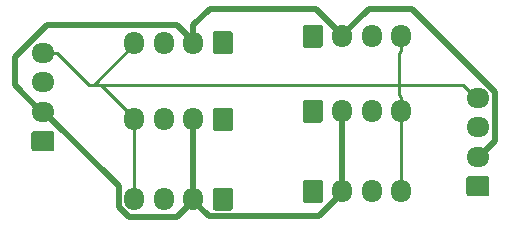
<source format=gbr>
G04 #@! TF.GenerationSoftware,KiCad,Pcbnew,(5.1.4)-1*
G04 #@! TF.CreationDate,2020-03-11T00:25:43-04:00*
G04 #@! TF.ProjectId,CAN_hub,43414e5f-6875-4622-9e6b-696361645f70,rev?*
G04 #@! TF.SameCoordinates,Original*
G04 #@! TF.FileFunction,Copper,L2,Bot*
G04 #@! TF.FilePolarity,Positive*
%FSLAX46Y46*%
G04 Gerber Fmt 4.6, Leading zero omitted, Abs format (unit mm)*
G04 Created by KiCad (PCBNEW (5.1.4)-1) date 2020-03-11 00:25:43*
%MOMM*%
%LPD*%
G04 APERTURE LIST*
%ADD10O,1.700000X1.950000*%
%ADD11C,0.100000*%
%ADD12C,1.700000*%
%ADD13O,1.950000X1.700000*%
%ADD14C,0.254000*%
%ADD15C,0.508000*%
G04 APERTURE END LIST*
D10*
X30600000Y-36650000D03*
X33100000Y-36650000D03*
X35600000Y-36650000D03*
D11*
G36*
X38724504Y-35676204D02*
G01*
X38748773Y-35679804D01*
X38772571Y-35685765D01*
X38795671Y-35694030D01*
X38817849Y-35704520D01*
X38838893Y-35717133D01*
X38858598Y-35731747D01*
X38876777Y-35748223D01*
X38893253Y-35766402D01*
X38907867Y-35786107D01*
X38920480Y-35807151D01*
X38930970Y-35829329D01*
X38939235Y-35852429D01*
X38945196Y-35876227D01*
X38948796Y-35900496D01*
X38950000Y-35925000D01*
X38950000Y-37375000D01*
X38948796Y-37399504D01*
X38945196Y-37423773D01*
X38939235Y-37447571D01*
X38930970Y-37470671D01*
X38920480Y-37492849D01*
X38907867Y-37513893D01*
X38893253Y-37533598D01*
X38876777Y-37551777D01*
X38858598Y-37568253D01*
X38838893Y-37582867D01*
X38817849Y-37595480D01*
X38795671Y-37605970D01*
X38772571Y-37614235D01*
X38748773Y-37620196D01*
X38724504Y-37623796D01*
X38700000Y-37625000D01*
X37500000Y-37625000D01*
X37475496Y-37623796D01*
X37451227Y-37620196D01*
X37427429Y-37614235D01*
X37404329Y-37605970D01*
X37382151Y-37595480D01*
X37361107Y-37582867D01*
X37341402Y-37568253D01*
X37323223Y-37551777D01*
X37306747Y-37533598D01*
X37292133Y-37513893D01*
X37279520Y-37492849D01*
X37269030Y-37470671D01*
X37260765Y-37447571D01*
X37254804Y-37423773D01*
X37251204Y-37399504D01*
X37250000Y-37375000D01*
X37250000Y-35925000D01*
X37251204Y-35900496D01*
X37254804Y-35876227D01*
X37260765Y-35852429D01*
X37269030Y-35829329D01*
X37279520Y-35807151D01*
X37292133Y-35786107D01*
X37306747Y-35766402D01*
X37323223Y-35748223D01*
X37341402Y-35731747D01*
X37361107Y-35717133D01*
X37382151Y-35704520D01*
X37404329Y-35694030D01*
X37427429Y-35685765D01*
X37451227Y-35679804D01*
X37475496Y-35676204D01*
X37500000Y-35675000D01*
X38700000Y-35675000D01*
X38724504Y-35676204D01*
X38724504Y-35676204D01*
G37*
D12*
X38100000Y-36650000D03*
D13*
X22860000Y-24250000D03*
X22860000Y-26750000D03*
X22860000Y-29250000D03*
D11*
G36*
X23609504Y-30901204D02*
G01*
X23633773Y-30904804D01*
X23657571Y-30910765D01*
X23680671Y-30919030D01*
X23702849Y-30929520D01*
X23723893Y-30942133D01*
X23743598Y-30956747D01*
X23761777Y-30973223D01*
X23778253Y-30991402D01*
X23792867Y-31011107D01*
X23805480Y-31032151D01*
X23815970Y-31054329D01*
X23824235Y-31077429D01*
X23830196Y-31101227D01*
X23833796Y-31125496D01*
X23835000Y-31150000D01*
X23835000Y-32350000D01*
X23833796Y-32374504D01*
X23830196Y-32398773D01*
X23824235Y-32422571D01*
X23815970Y-32445671D01*
X23805480Y-32467849D01*
X23792867Y-32488893D01*
X23778253Y-32508598D01*
X23761777Y-32526777D01*
X23743598Y-32543253D01*
X23723893Y-32557867D01*
X23702849Y-32570480D01*
X23680671Y-32580970D01*
X23657571Y-32589235D01*
X23633773Y-32595196D01*
X23609504Y-32598796D01*
X23585000Y-32600000D01*
X22135000Y-32600000D01*
X22110496Y-32598796D01*
X22086227Y-32595196D01*
X22062429Y-32589235D01*
X22039329Y-32580970D01*
X22017151Y-32570480D01*
X21996107Y-32557867D01*
X21976402Y-32543253D01*
X21958223Y-32526777D01*
X21941747Y-32508598D01*
X21927133Y-32488893D01*
X21914520Y-32467849D01*
X21904030Y-32445671D01*
X21895765Y-32422571D01*
X21889804Y-32398773D01*
X21886204Y-32374504D01*
X21885000Y-32350000D01*
X21885000Y-31150000D01*
X21886204Y-31125496D01*
X21889804Y-31101227D01*
X21895765Y-31077429D01*
X21904030Y-31054329D01*
X21914520Y-31032151D01*
X21927133Y-31011107D01*
X21941747Y-30991402D01*
X21958223Y-30973223D01*
X21976402Y-30956747D01*
X21996107Y-30942133D01*
X22017151Y-30929520D01*
X22039329Y-30919030D01*
X22062429Y-30910765D01*
X22086227Y-30904804D01*
X22110496Y-30901204D01*
X22135000Y-30900000D01*
X23585000Y-30900000D01*
X23609504Y-30901204D01*
X23609504Y-30901204D01*
G37*
D12*
X22860000Y-31750000D03*
D10*
X53220000Y-22860000D03*
X50720000Y-22860000D03*
X48220000Y-22860000D03*
D11*
G36*
X46344504Y-21886204D02*
G01*
X46368773Y-21889804D01*
X46392571Y-21895765D01*
X46415671Y-21904030D01*
X46437849Y-21914520D01*
X46458893Y-21927133D01*
X46478598Y-21941747D01*
X46496777Y-21958223D01*
X46513253Y-21976402D01*
X46527867Y-21996107D01*
X46540480Y-22017151D01*
X46550970Y-22039329D01*
X46559235Y-22062429D01*
X46565196Y-22086227D01*
X46568796Y-22110496D01*
X46570000Y-22135000D01*
X46570000Y-23585000D01*
X46568796Y-23609504D01*
X46565196Y-23633773D01*
X46559235Y-23657571D01*
X46550970Y-23680671D01*
X46540480Y-23702849D01*
X46527867Y-23723893D01*
X46513253Y-23743598D01*
X46496777Y-23761777D01*
X46478598Y-23778253D01*
X46458893Y-23792867D01*
X46437849Y-23805480D01*
X46415671Y-23815970D01*
X46392571Y-23824235D01*
X46368773Y-23830196D01*
X46344504Y-23833796D01*
X46320000Y-23835000D01*
X45120000Y-23835000D01*
X45095496Y-23833796D01*
X45071227Y-23830196D01*
X45047429Y-23824235D01*
X45024329Y-23815970D01*
X45002151Y-23805480D01*
X44981107Y-23792867D01*
X44961402Y-23778253D01*
X44943223Y-23761777D01*
X44926747Y-23743598D01*
X44912133Y-23723893D01*
X44899520Y-23702849D01*
X44889030Y-23680671D01*
X44880765Y-23657571D01*
X44874804Y-23633773D01*
X44871204Y-23609504D01*
X44870000Y-23585000D01*
X44870000Y-22135000D01*
X44871204Y-22110496D01*
X44874804Y-22086227D01*
X44880765Y-22062429D01*
X44889030Y-22039329D01*
X44899520Y-22017151D01*
X44912133Y-21996107D01*
X44926747Y-21976402D01*
X44943223Y-21958223D01*
X44961402Y-21941747D01*
X44981107Y-21927133D01*
X45002151Y-21914520D01*
X45024329Y-21904030D01*
X45047429Y-21895765D01*
X45071227Y-21889804D01*
X45095496Y-21886204D01*
X45120000Y-21885000D01*
X46320000Y-21885000D01*
X46344504Y-21886204D01*
X46344504Y-21886204D01*
G37*
D12*
X45720000Y-22860000D03*
D13*
X59690000Y-28060000D03*
X59690000Y-30560000D03*
X59690000Y-33060000D03*
D11*
G36*
X60439504Y-34711204D02*
G01*
X60463773Y-34714804D01*
X60487571Y-34720765D01*
X60510671Y-34729030D01*
X60532849Y-34739520D01*
X60553893Y-34752133D01*
X60573598Y-34766747D01*
X60591777Y-34783223D01*
X60608253Y-34801402D01*
X60622867Y-34821107D01*
X60635480Y-34842151D01*
X60645970Y-34864329D01*
X60654235Y-34887429D01*
X60660196Y-34911227D01*
X60663796Y-34935496D01*
X60665000Y-34960000D01*
X60665000Y-36160000D01*
X60663796Y-36184504D01*
X60660196Y-36208773D01*
X60654235Y-36232571D01*
X60645970Y-36255671D01*
X60635480Y-36277849D01*
X60622867Y-36298893D01*
X60608253Y-36318598D01*
X60591777Y-36336777D01*
X60573598Y-36353253D01*
X60553893Y-36367867D01*
X60532849Y-36380480D01*
X60510671Y-36390970D01*
X60487571Y-36399235D01*
X60463773Y-36405196D01*
X60439504Y-36408796D01*
X60415000Y-36410000D01*
X58965000Y-36410000D01*
X58940496Y-36408796D01*
X58916227Y-36405196D01*
X58892429Y-36399235D01*
X58869329Y-36390970D01*
X58847151Y-36380480D01*
X58826107Y-36367867D01*
X58806402Y-36353253D01*
X58788223Y-36336777D01*
X58771747Y-36318598D01*
X58757133Y-36298893D01*
X58744520Y-36277849D01*
X58734030Y-36255671D01*
X58725765Y-36232571D01*
X58719804Y-36208773D01*
X58716204Y-36184504D01*
X58715000Y-36160000D01*
X58715000Y-34960000D01*
X58716204Y-34935496D01*
X58719804Y-34911227D01*
X58725765Y-34887429D01*
X58734030Y-34864329D01*
X58744520Y-34842151D01*
X58757133Y-34821107D01*
X58771747Y-34801402D01*
X58788223Y-34783223D01*
X58806402Y-34766747D01*
X58826107Y-34752133D01*
X58847151Y-34739520D01*
X58869329Y-34729030D01*
X58892429Y-34720765D01*
X58916227Y-34714804D01*
X58940496Y-34711204D01*
X58965000Y-34710000D01*
X60415000Y-34710000D01*
X60439504Y-34711204D01*
X60439504Y-34711204D01*
G37*
D12*
X59690000Y-35560000D03*
D10*
X53220000Y-29210000D03*
X50720000Y-29210000D03*
X48220000Y-29210000D03*
D11*
G36*
X46344504Y-28236204D02*
G01*
X46368773Y-28239804D01*
X46392571Y-28245765D01*
X46415671Y-28254030D01*
X46437849Y-28264520D01*
X46458893Y-28277133D01*
X46478598Y-28291747D01*
X46496777Y-28308223D01*
X46513253Y-28326402D01*
X46527867Y-28346107D01*
X46540480Y-28367151D01*
X46550970Y-28389329D01*
X46559235Y-28412429D01*
X46565196Y-28436227D01*
X46568796Y-28460496D01*
X46570000Y-28485000D01*
X46570000Y-29935000D01*
X46568796Y-29959504D01*
X46565196Y-29983773D01*
X46559235Y-30007571D01*
X46550970Y-30030671D01*
X46540480Y-30052849D01*
X46527867Y-30073893D01*
X46513253Y-30093598D01*
X46496777Y-30111777D01*
X46478598Y-30128253D01*
X46458893Y-30142867D01*
X46437849Y-30155480D01*
X46415671Y-30165970D01*
X46392571Y-30174235D01*
X46368773Y-30180196D01*
X46344504Y-30183796D01*
X46320000Y-30185000D01*
X45120000Y-30185000D01*
X45095496Y-30183796D01*
X45071227Y-30180196D01*
X45047429Y-30174235D01*
X45024329Y-30165970D01*
X45002151Y-30155480D01*
X44981107Y-30142867D01*
X44961402Y-30128253D01*
X44943223Y-30111777D01*
X44926747Y-30093598D01*
X44912133Y-30073893D01*
X44899520Y-30052849D01*
X44889030Y-30030671D01*
X44880765Y-30007571D01*
X44874804Y-29983773D01*
X44871204Y-29959504D01*
X44870000Y-29935000D01*
X44870000Y-28485000D01*
X44871204Y-28460496D01*
X44874804Y-28436227D01*
X44880765Y-28412429D01*
X44889030Y-28389329D01*
X44899520Y-28367151D01*
X44912133Y-28346107D01*
X44926747Y-28326402D01*
X44943223Y-28308223D01*
X44961402Y-28291747D01*
X44981107Y-28277133D01*
X45002151Y-28264520D01*
X45024329Y-28254030D01*
X45047429Y-28245765D01*
X45071227Y-28239804D01*
X45095496Y-28236204D01*
X45120000Y-28235000D01*
X46320000Y-28235000D01*
X46344504Y-28236204D01*
X46344504Y-28236204D01*
G37*
D12*
X45720000Y-29210000D03*
D10*
X30600000Y-29900000D03*
X33100000Y-29900000D03*
X35600000Y-29900000D03*
D11*
G36*
X38724504Y-28926204D02*
G01*
X38748773Y-28929804D01*
X38772571Y-28935765D01*
X38795671Y-28944030D01*
X38817849Y-28954520D01*
X38838893Y-28967133D01*
X38858598Y-28981747D01*
X38876777Y-28998223D01*
X38893253Y-29016402D01*
X38907867Y-29036107D01*
X38920480Y-29057151D01*
X38930970Y-29079329D01*
X38939235Y-29102429D01*
X38945196Y-29126227D01*
X38948796Y-29150496D01*
X38950000Y-29175000D01*
X38950000Y-30625000D01*
X38948796Y-30649504D01*
X38945196Y-30673773D01*
X38939235Y-30697571D01*
X38930970Y-30720671D01*
X38920480Y-30742849D01*
X38907867Y-30763893D01*
X38893253Y-30783598D01*
X38876777Y-30801777D01*
X38858598Y-30818253D01*
X38838893Y-30832867D01*
X38817849Y-30845480D01*
X38795671Y-30855970D01*
X38772571Y-30864235D01*
X38748773Y-30870196D01*
X38724504Y-30873796D01*
X38700000Y-30875000D01*
X37500000Y-30875000D01*
X37475496Y-30873796D01*
X37451227Y-30870196D01*
X37427429Y-30864235D01*
X37404329Y-30855970D01*
X37382151Y-30845480D01*
X37361107Y-30832867D01*
X37341402Y-30818253D01*
X37323223Y-30801777D01*
X37306747Y-30783598D01*
X37292133Y-30763893D01*
X37279520Y-30742849D01*
X37269030Y-30720671D01*
X37260765Y-30697571D01*
X37254804Y-30673773D01*
X37251204Y-30649504D01*
X37250000Y-30625000D01*
X37250000Y-29175000D01*
X37251204Y-29150496D01*
X37254804Y-29126227D01*
X37260765Y-29102429D01*
X37269030Y-29079329D01*
X37279520Y-29057151D01*
X37292133Y-29036107D01*
X37306747Y-29016402D01*
X37323223Y-28998223D01*
X37341402Y-28981747D01*
X37361107Y-28967133D01*
X37382151Y-28954520D01*
X37404329Y-28944030D01*
X37427429Y-28935765D01*
X37451227Y-28929804D01*
X37475496Y-28926204D01*
X37500000Y-28925000D01*
X38700000Y-28925000D01*
X38724504Y-28926204D01*
X38724504Y-28926204D01*
G37*
D12*
X38100000Y-29900000D03*
D10*
X53220000Y-36000000D03*
X50720000Y-36000000D03*
X48220000Y-36000000D03*
D11*
G36*
X46344504Y-35026204D02*
G01*
X46368773Y-35029804D01*
X46392571Y-35035765D01*
X46415671Y-35044030D01*
X46437849Y-35054520D01*
X46458893Y-35067133D01*
X46478598Y-35081747D01*
X46496777Y-35098223D01*
X46513253Y-35116402D01*
X46527867Y-35136107D01*
X46540480Y-35157151D01*
X46550970Y-35179329D01*
X46559235Y-35202429D01*
X46565196Y-35226227D01*
X46568796Y-35250496D01*
X46570000Y-35275000D01*
X46570000Y-36725000D01*
X46568796Y-36749504D01*
X46565196Y-36773773D01*
X46559235Y-36797571D01*
X46550970Y-36820671D01*
X46540480Y-36842849D01*
X46527867Y-36863893D01*
X46513253Y-36883598D01*
X46496777Y-36901777D01*
X46478598Y-36918253D01*
X46458893Y-36932867D01*
X46437849Y-36945480D01*
X46415671Y-36955970D01*
X46392571Y-36964235D01*
X46368773Y-36970196D01*
X46344504Y-36973796D01*
X46320000Y-36975000D01*
X45120000Y-36975000D01*
X45095496Y-36973796D01*
X45071227Y-36970196D01*
X45047429Y-36964235D01*
X45024329Y-36955970D01*
X45002151Y-36945480D01*
X44981107Y-36932867D01*
X44961402Y-36918253D01*
X44943223Y-36901777D01*
X44926747Y-36883598D01*
X44912133Y-36863893D01*
X44899520Y-36842849D01*
X44889030Y-36820671D01*
X44880765Y-36797571D01*
X44874804Y-36773773D01*
X44871204Y-36749504D01*
X44870000Y-36725000D01*
X44870000Y-35275000D01*
X44871204Y-35250496D01*
X44874804Y-35226227D01*
X44880765Y-35202429D01*
X44889030Y-35179329D01*
X44899520Y-35157151D01*
X44912133Y-35136107D01*
X44926747Y-35116402D01*
X44943223Y-35098223D01*
X44961402Y-35081747D01*
X44981107Y-35067133D01*
X45002151Y-35054520D01*
X45024329Y-35044030D01*
X45047429Y-35035765D01*
X45071227Y-35029804D01*
X45095496Y-35026204D01*
X45120000Y-35025000D01*
X46320000Y-35025000D01*
X46344504Y-35026204D01*
X46344504Y-35026204D01*
G37*
D12*
X45720000Y-36000000D03*
D10*
X30600000Y-23400000D03*
X33100000Y-23400000D03*
X35600000Y-23400000D03*
D11*
G36*
X38724504Y-22426204D02*
G01*
X38748773Y-22429804D01*
X38772571Y-22435765D01*
X38795671Y-22444030D01*
X38817849Y-22454520D01*
X38838893Y-22467133D01*
X38858598Y-22481747D01*
X38876777Y-22498223D01*
X38893253Y-22516402D01*
X38907867Y-22536107D01*
X38920480Y-22557151D01*
X38930970Y-22579329D01*
X38939235Y-22602429D01*
X38945196Y-22626227D01*
X38948796Y-22650496D01*
X38950000Y-22675000D01*
X38950000Y-24125000D01*
X38948796Y-24149504D01*
X38945196Y-24173773D01*
X38939235Y-24197571D01*
X38930970Y-24220671D01*
X38920480Y-24242849D01*
X38907867Y-24263893D01*
X38893253Y-24283598D01*
X38876777Y-24301777D01*
X38858598Y-24318253D01*
X38838893Y-24332867D01*
X38817849Y-24345480D01*
X38795671Y-24355970D01*
X38772571Y-24364235D01*
X38748773Y-24370196D01*
X38724504Y-24373796D01*
X38700000Y-24375000D01*
X37500000Y-24375000D01*
X37475496Y-24373796D01*
X37451227Y-24370196D01*
X37427429Y-24364235D01*
X37404329Y-24355970D01*
X37382151Y-24345480D01*
X37361107Y-24332867D01*
X37341402Y-24318253D01*
X37323223Y-24301777D01*
X37306747Y-24283598D01*
X37292133Y-24263893D01*
X37279520Y-24242849D01*
X37269030Y-24220671D01*
X37260765Y-24197571D01*
X37254804Y-24173773D01*
X37251204Y-24149504D01*
X37250000Y-24125000D01*
X37250000Y-22675000D01*
X37251204Y-22650496D01*
X37254804Y-22626227D01*
X37260765Y-22602429D01*
X37269030Y-22579329D01*
X37279520Y-22557151D01*
X37292133Y-22536107D01*
X37306747Y-22516402D01*
X37323223Y-22498223D01*
X37341402Y-22481747D01*
X37361107Y-22467133D01*
X37382151Y-22454520D01*
X37404329Y-22444030D01*
X37427429Y-22435765D01*
X37451227Y-22429804D01*
X37475496Y-22426204D01*
X37500000Y-22425000D01*
X38700000Y-22425000D01*
X38724504Y-22426204D01*
X38724504Y-22426204D01*
G37*
D12*
X38100000Y-23400000D03*
D14*
X59565000Y-28060000D02*
X59690000Y-28060000D01*
X58461000Y-26956000D02*
X59565000Y-28060000D01*
X24089000Y-24250000D02*
X26795000Y-26956000D01*
X22860000Y-24250000D02*
X24089000Y-24250000D01*
X30600000Y-23525000D02*
X30600000Y-23400000D01*
X27169000Y-26956000D02*
X30600000Y-23525000D01*
X26956000Y-26956000D02*
X27169000Y-26956000D01*
X26795000Y-26956000D02*
X26956000Y-26956000D01*
X30600000Y-29775000D02*
X30600000Y-29900000D01*
X27781000Y-26956000D02*
X30600000Y-29775000D01*
X27169000Y-26956000D02*
X27781000Y-26956000D01*
X30600000Y-30025000D02*
X30600000Y-36650000D01*
X30600000Y-29900000D02*
X30600000Y-30025000D01*
X53054000Y-24255000D02*
X53054000Y-26956000D01*
X53220000Y-24089000D02*
X53054000Y-24255000D01*
X53220000Y-22860000D02*
X53220000Y-24089000D01*
X26956000Y-26956000D02*
X53054000Y-26956000D01*
X53054000Y-26956000D02*
X58461000Y-26956000D01*
X53054000Y-27815000D02*
X53054000Y-26956000D01*
X53220000Y-27981000D02*
X53054000Y-27815000D01*
X53220000Y-29210000D02*
X53220000Y-27981000D01*
X53220000Y-36000000D02*
X53220000Y-29210000D01*
D15*
X34242000Y-38133000D02*
X35600000Y-36775000D01*
X30113852Y-38133000D02*
X34242000Y-38133000D01*
X29295990Y-37315138D02*
X30113852Y-38133000D01*
X29295990Y-35560990D02*
X29295990Y-37315138D01*
X22985000Y-29250000D02*
X29295990Y-35560990D01*
X22860000Y-29250000D02*
X22985000Y-29250000D01*
X35600000Y-23275000D02*
X35600000Y-23400000D01*
X34242000Y-21917000D02*
X35600000Y-23275000D01*
X23223852Y-21917000D02*
X34242000Y-21917000D01*
X20514010Y-24626842D02*
X23223852Y-21917000D01*
X20514010Y-27029010D02*
X20514010Y-24626842D01*
X22735000Y-29250000D02*
X20514010Y-27029010D01*
X22860000Y-29250000D02*
X22735000Y-29250000D01*
X35600000Y-36650000D02*
X35600000Y-29900000D01*
X45999010Y-20514010D02*
X48220000Y-22735000D01*
X37002990Y-20514010D02*
X45999010Y-20514010D01*
X35600000Y-21917000D02*
X37002990Y-20514010D01*
X35600000Y-23400000D02*
X35600000Y-21917000D01*
X59815000Y-33060000D02*
X59690000Y-33060000D01*
X61173000Y-31702000D02*
X59815000Y-33060000D01*
X61173000Y-27573852D02*
X61173000Y-31702000D01*
X54113158Y-20514010D02*
X61173000Y-27573852D01*
X50440990Y-20514010D02*
X54113158Y-20514010D01*
X48220000Y-22735000D02*
X50440990Y-20514010D01*
X48220000Y-22860000D02*
X48220000Y-22735000D01*
X48220000Y-36125000D02*
X48220000Y-36000000D01*
X46265990Y-38079010D02*
X48220000Y-36125000D01*
X36904010Y-38079010D02*
X46265990Y-38079010D01*
X35600000Y-36775000D02*
X36904010Y-38079010D01*
X35600000Y-36650000D02*
X35600000Y-36775000D01*
X48220000Y-36000000D02*
X48220000Y-29210000D01*
M02*

</source>
